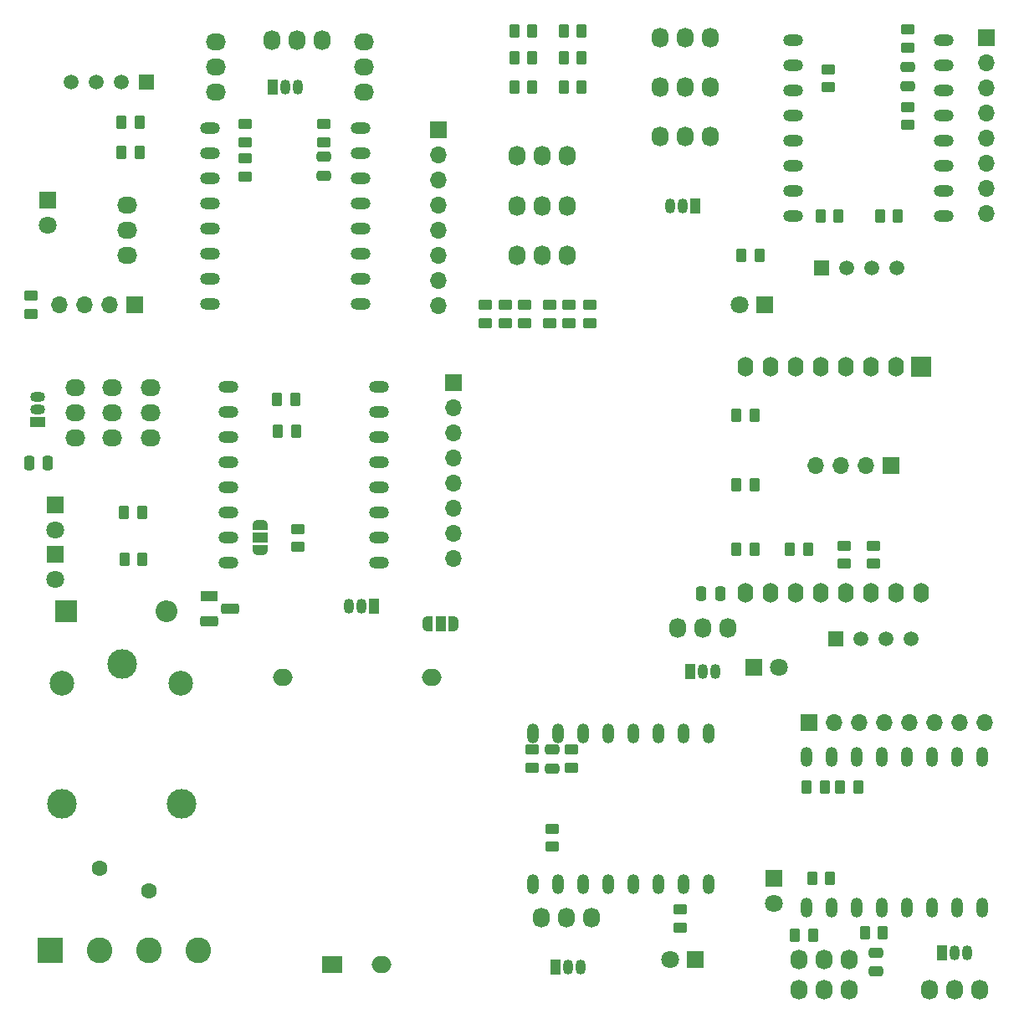
<source format=gts>
G04 #@! TF.GenerationSoftware,KiCad,Pcbnew,8.0.6*
G04 #@! TF.CreationDate,2024-12-03T19:12:37+01:00*
G04 #@! TF.ProjectId,HomeAutomationESP32C2mini_2024,486f6d65-4175-4746-9f6d-6174696f6e45,Rev A*
G04 #@! TF.SameCoordinates,Original*
G04 #@! TF.FileFunction,Soldermask,Top*
G04 #@! TF.FilePolarity,Negative*
%FSLAX46Y46*%
G04 Gerber Fmt 4.6, Leading zero omitted, Abs format (unit mm)*
G04 Created by KiCad (PCBNEW 8.0.6) date 2024-12-03 19:12:37*
%MOMM*%
%LPD*%
G01*
G04 APERTURE LIST*
G04 Aperture macros list*
%AMRoundRect*
0 Rectangle with rounded corners*
0 $1 Rounding radius*
0 $2 $3 $4 $5 $6 $7 $8 $9 X,Y pos of 4 corners*
0 Add a 4 corners polygon primitive as box body*
4,1,4,$2,$3,$4,$5,$6,$7,$8,$9,$2,$3,0*
0 Add four circle primitives for the rounded corners*
1,1,$1+$1,$2,$3*
1,1,$1+$1,$4,$5*
1,1,$1+$1,$6,$7*
1,1,$1+$1,$8,$9*
0 Add four rect primitives between the rounded corners*
20,1,$1+$1,$2,$3,$4,$5,0*
20,1,$1+$1,$4,$5,$6,$7,0*
20,1,$1+$1,$6,$7,$8,$9,0*
20,1,$1+$1,$8,$9,$2,$3,0*%
%AMFreePoly0*
4,1,19,0.550000,-0.750000,0.000000,-0.750000,0.000000,-0.744911,-0.071157,-0.744911,-0.207708,-0.704816,-0.327430,-0.627875,-0.420627,-0.520320,-0.479746,-0.390866,-0.500000,-0.250000,-0.500000,0.250000,-0.479746,0.390866,-0.420627,0.520320,-0.327430,0.627875,-0.207708,0.704816,-0.071157,0.744911,0.000000,0.744911,0.000000,0.750000,0.550000,0.750000,0.550000,-0.750000,0.550000,-0.750000,
$1*%
%AMFreePoly1*
4,1,19,0.000000,0.744911,0.071157,0.744911,0.207708,0.704816,0.327430,0.627875,0.420627,0.520320,0.479746,0.390866,0.500000,0.250000,0.500000,-0.250000,0.479746,-0.390866,0.420627,-0.520320,0.327430,-0.627875,0.207708,-0.704816,0.071157,-0.744911,0.000000,-0.744911,0.000000,-0.750000,-0.550000,-0.750000,-0.550000,0.750000,0.000000,0.750000,0.000000,0.744911,0.000000,0.744911,
$1*%
G04 Aperture macros list end*
%ADD10RoundRect,0.250000X0.262500X0.450000X-0.262500X0.450000X-0.262500X-0.450000X0.262500X-0.450000X0*%
%ADD11RoundRect,0.250000X-0.262500X-0.450000X0.262500X-0.450000X0.262500X0.450000X-0.262500X0.450000X0*%
%ADD12R,1.050000X1.500000*%
%ADD13O,1.050000X1.500000*%
%ADD14O,1.727200X2.032000*%
%ADD15RoundRect,0.250000X0.450000X-0.262500X0.450000X0.262500X-0.450000X0.262500X-0.450000X-0.262500X0*%
%ADD16O,2.000000X1.200000*%
%ADD17RoundRect,0.250000X-0.450000X0.262500X-0.450000X-0.262500X0.450000X-0.262500X0.450000X0.262500X0*%
%ADD18R,1.700000X1.700000*%
%ADD19O,1.700000X1.700000*%
%ADD20O,2.032000X1.727200*%
%ADD21FreePoly0,0.000000*%
%ADD22R,1.000000X1.500000*%
%ADD23FreePoly1,0.000000*%
%ADD24R,1.500000X1.050000*%
%ADD25O,1.500000X1.050000*%
%ADD26R,1.800000X1.800000*%
%ADD27C,1.800000*%
%ADD28FreePoly0,270.000000*%
%ADD29R,1.500000X1.000000*%
%ADD30FreePoly1,270.000000*%
%ADD31RoundRect,0.250000X-0.250000X-0.475000X0.250000X-0.475000X0.250000X0.475000X-0.250000X0.475000X0*%
%ADD32R,2.600000X2.600000*%
%ADD33C,2.600000*%
%ADD34RoundRect,0.250000X0.250000X0.475000X-0.250000X0.475000X-0.250000X-0.475000X0.250000X-0.475000X0*%
%ADD35R,1.800000X1.100000*%
%ADD36RoundRect,0.275000X-0.625000X0.275000X-0.625000X-0.275000X0.625000X-0.275000X0.625000X0.275000X0*%
%ADD37R,2.000000X2.000000*%
%ADD38O,1.600000X2.000000*%
%ADD39R,1.500000X1.500000*%
%ADD40C,1.500000*%
%ADD41O,1.200000X2.000000*%
%ADD42RoundRect,0.250000X0.475000X-0.250000X0.475000X0.250000X-0.475000X0.250000X-0.475000X-0.250000X0*%
%ADD43R,2.000000X1.700000*%
%ADD44O,2.000000X1.700000*%
%ADD45R,2.200000X2.200000*%
%ADD46O,2.200000X2.200000*%
%ADD47RoundRect,0.250000X-0.475000X0.250000X-0.475000X-0.250000X0.475000X-0.250000X0.475000X0.250000X0*%
%ADD48C,2.500000*%
%ADD49C,3.000000*%
%ADD50C,1.600000*%
G04 APERTURE END LIST*
D10*
X62270000Y-63555000D03*
X60445000Y-63555000D03*
D11*
X131175000Y-70000000D03*
X133000000Y-70000000D03*
D12*
X118540000Y-69000000D03*
D13*
X117270000Y-69000000D03*
X116000000Y-69000000D03*
D11*
X100175000Y-54000000D03*
X102000000Y-54000000D03*
D10*
X107000000Y-51300000D03*
X105175000Y-51300000D03*
D14*
X116730000Y-111695000D03*
X119270000Y-111695000D03*
X121810000Y-111695000D03*
X102920000Y-141000000D03*
X105460000Y-141000000D03*
X108000000Y-141000000D03*
D15*
X51300000Y-79912500D03*
X51300000Y-78087500D03*
X104000000Y-133825000D03*
X104000000Y-132000000D03*
D16*
X69380000Y-61110000D03*
X69380000Y-63650000D03*
X69380000Y-66190000D03*
X69380000Y-68730000D03*
X69380000Y-71270000D03*
X69380000Y-73810000D03*
X69380000Y-76350000D03*
X69380000Y-78890000D03*
X84620000Y-78890000D03*
X84620000Y-76350000D03*
X84620000Y-73810000D03*
X84620000Y-71270000D03*
X84620000Y-68730000D03*
X84620000Y-66190000D03*
X84620000Y-63650000D03*
X84620000Y-61110000D03*
D17*
X136500000Y-103370000D03*
X136500000Y-105195000D03*
D16*
X128432500Y-52285000D03*
X128432500Y-54825000D03*
X128432500Y-57365000D03*
X128432500Y-59905000D03*
X128432500Y-62445000D03*
X128432500Y-64985000D03*
X128432500Y-67525000D03*
X128432500Y-70065000D03*
X143672500Y-70065000D03*
X143672500Y-67525000D03*
X143672500Y-64985000D03*
X143672500Y-62445000D03*
X143672500Y-59905000D03*
X143672500Y-57365000D03*
X143672500Y-54825000D03*
X143672500Y-52285000D03*
D18*
X148000000Y-52000000D03*
D19*
X148000000Y-54540000D03*
X148000000Y-57080000D03*
X148000000Y-59620000D03*
X148000000Y-62160000D03*
X148000000Y-64700000D03*
X148000000Y-67240000D03*
X148000000Y-69780000D03*
D20*
X85000000Y-52460000D03*
X85000000Y-55000000D03*
X85000000Y-57540000D03*
D21*
X91450000Y-111250000D03*
D22*
X92750000Y-111250000D03*
D23*
X94050000Y-111250000D03*
D16*
X71260000Y-87310000D03*
X71260000Y-89850000D03*
X71260000Y-92390000D03*
X71260000Y-94930000D03*
X71260000Y-97470000D03*
X71260000Y-100010000D03*
X71260000Y-102550000D03*
X71260000Y-105090000D03*
X86500000Y-105090000D03*
X86500000Y-102550000D03*
X86500000Y-100010000D03*
X86500000Y-97470000D03*
X86500000Y-94930000D03*
X86500000Y-92390000D03*
X86500000Y-89850000D03*
X86500000Y-87310000D03*
D11*
X100175000Y-57000000D03*
X102000000Y-57000000D03*
D15*
X97250000Y-80825000D03*
X97250000Y-79000000D03*
D24*
X51930000Y-90820000D03*
D25*
X51930000Y-89550000D03*
X51930000Y-88280000D03*
D10*
X62270000Y-60555000D03*
X60445000Y-60555000D03*
D15*
X101250000Y-80825000D03*
X101250000Y-79000000D03*
D11*
X133185000Y-127750000D03*
X135010000Y-127750000D03*
D26*
X125540000Y-79000000D03*
D27*
X123000000Y-79000000D03*
D20*
X61000000Y-74000000D03*
X61000000Y-71460000D03*
X61000000Y-68920000D03*
D14*
X75670000Y-52250000D03*
X78210000Y-52250000D03*
X80750000Y-52250000D03*
D26*
X53750000Y-99210000D03*
D27*
X53750000Y-101750000D03*
D26*
X126500000Y-136975000D03*
D27*
X126500000Y-139515000D03*
D20*
X59500000Y-87410000D03*
X59500000Y-89950000D03*
X59500000Y-92490000D03*
D14*
X114920000Y-62000000D03*
X117460000Y-62000000D03*
X120000000Y-62000000D03*
D10*
X62575000Y-104750000D03*
X60750000Y-104750000D03*
D20*
X70000000Y-52460000D03*
X70000000Y-55000000D03*
X70000000Y-57540000D03*
D11*
X76250000Y-91800000D03*
X78075000Y-91800000D03*
D10*
X107000000Y-57000000D03*
X105175000Y-57000000D03*
D18*
X130030000Y-121250000D03*
D19*
X132570000Y-121250000D03*
X135110000Y-121250000D03*
X137650000Y-121250000D03*
X140190000Y-121250000D03*
X142730000Y-121250000D03*
X145270000Y-121250000D03*
X147810000Y-121250000D03*
D17*
X140000000Y-51175000D03*
X140000000Y-53000000D03*
D28*
X74500000Y-101250000D03*
D29*
X74500000Y-102550000D03*
D30*
X74500000Y-103850000D03*
D15*
X99300000Y-80825000D03*
X99300000Y-79000000D03*
D26*
X53000000Y-68460000D03*
D27*
X53000000Y-71000000D03*
D17*
X133550000Y-103370000D03*
X133550000Y-105195000D03*
D18*
X92500000Y-61315000D03*
D19*
X92500000Y-63855000D03*
X92500000Y-66395000D03*
X92500000Y-68935000D03*
X92500000Y-71475000D03*
X92500000Y-74015000D03*
X92500000Y-76555000D03*
X92500000Y-79095000D03*
D31*
X51100000Y-95000000D03*
X53000000Y-95000000D03*
D20*
X63370000Y-87410000D03*
X63370000Y-89950000D03*
X63370000Y-92490000D03*
D32*
X53250000Y-144250000D03*
D33*
X58250000Y-144250000D03*
X63250000Y-144250000D03*
X68250000Y-144250000D03*
D34*
X121000000Y-108195000D03*
X119100000Y-108195000D03*
D15*
X80945000Y-62555000D03*
X80945000Y-60730000D03*
D35*
X69330000Y-108460000D03*
D36*
X71400000Y-109730000D03*
X69330000Y-111000000D03*
D20*
X55750000Y-87410000D03*
X55750000Y-89950000D03*
X55750000Y-92490000D03*
D18*
X61810000Y-79000000D03*
D19*
X59270000Y-79000000D03*
X56730000Y-79000000D03*
X54190000Y-79000000D03*
D37*
X141390000Y-85250000D03*
D38*
X138850000Y-85250000D03*
X136310000Y-85250000D03*
X133770000Y-85250000D03*
X131230000Y-85250000D03*
X128690000Y-85250000D03*
X126150000Y-85250000D03*
X123610000Y-85250000D03*
X123610000Y-108110000D03*
X126150000Y-108110000D03*
X128690000Y-108110000D03*
X131230000Y-108110000D03*
X133770000Y-108110000D03*
X136310000Y-108110000D03*
X138850000Y-108110000D03*
X141390000Y-108110000D03*
D39*
X132690000Y-112750000D03*
D40*
X135230000Y-112750000D03*
X137770000Y-112750000D03*
X140310000Y-112750000D03*
D41*
X129760000Y-139990000D03*
X132300000Y-139990000D03*
X134840000Y-139990000D03*
X137380000Y-139990000D03*
X139920000Y-139990000D03*
X142460000Y-139990000D03*
X145000000Y-139990000D03*
X147540000Y-139990000D03*
X147540000Y-124750000D03*
X145000000Y-124750000D03*
X142460000Y-124750000D03*
X139920000Y-124750000D03*
X137380000Y-124750000D03*
X134840000Y-124750000D03*
X132300000Y-124750000D03*
X129760000Y-124750000D03*
D11*
X76175000Y-88550000D03*
X78000000Y-88550000D03*
D42*
X80945000Y-65955000D03*
X80945000Y-64055000D03*
D18*
X138290000Y-95250000D03*
D19*
X135750000Y-95250000D03*
X133210000Y-95250000D03*
X130670000Y-95250000D03*
D12*
X117960000Y-116055000D03*
D13*
X119230000Y-116055000D03*
X120500000Y-116055000D03*
D12*
X75730000Y-57000000D03*
D13*
X77000000Y-57000000D03*
X78270000Y-57000000D03*
D15*
X140000000Y-60825000D03*
X140000000Y-59000000D03*
D14*
X105540000Y-69000000D03*
X103000000Y-69000000D03*
X100460000Y-69000000D03*
X105540000Y-63950000D03*
X103000000Y-63950000D03*
X100460000Y-63950000D03*
X128965000Y-148225000D03*
X131505000Y-148225000D03*
X134045000Y-148225000D03*
D15*
X102000000Y-125825000D03*
X102000000Y-124000000D03*
D14*
X128960000Y-145250000D03*
X131500000Y-145250000D03*
X134040000Y-145250000D03*
D15*
X105750000Y-80825000D03*
X105750000Y-79000000D03*
X132000000Y-57000000D03*
X132000000Y-55175000D03*
X72945000Y-62555000D03*
X72945000Y-60730000D03*
D43*
X81792500Y-145747500D03*
D44*
X86792500Y-145747500D03*
X76792500Y-116667500D03*
X91792500Y-116667500D03*
D18*
X94000000Y-86850000D03*
D19*
X94000000Y-89390000D03*
X94000000Y-91930000D03*
X94000000Y-94470000D03*
X94000000Y-97010000D03*
X94000000Y-99550000D03*
X94000000Y-102090000D03*
X94000000Y-104630000D03*
D15*
X107800000Y-80825000D03*
X107800000Y-79000000D03*
D26*
X118540000Y-145175000D03*
D27*
X116000000Y-145175000D03*
D26*
X53750000Y-104210000D03*
D27*
X53750000Y-106750000D03*
D42*
X140000000Y-56900000D03*
X140000000Y-55000000D03*
D11*
X122675000Y-90195000D03*
X124500000Y-90195000D03*
D26*
X124460000Y-115695000D03*
D27*
X127000000Y-115695000D03*
D14*
X114920000Y-52000000D03*
X117460000Y-52000000D03*
X120000000Y-52000000D03*
D45*
X54840000Y-110000000D03*
D46*
X65000000Y-110000000D03*
D10*
X132162500Y-137000000D03*
X130337500Y-137000000D03*
D47*
X136750000Y-144500000D03*
X136750000Y-146400000D03*
D39*
X62945000Y-56455000D03*
D40*
X60405000Y-56455000D03*
X57865000Y-56455000D03*
X55325000Y-56455000D03*
D10*
X131585000Y-127750000D03*
X129760000Y-127750000D03*
D17*
X78250000Y-101675000D03*
X78250000Y-103500000D03*
D10*
X107000000Y-54000000D03*
X105175000Y-54000000D03*
D11*
X137175000Y-70000000D03*
X139000000Y-70000000D03*
D10*
X62500000Y-100000000D03*
X60675000Y-100000000D03*
D12*
X104380000Y-146000000D03*
D13*
X105650000Y-146000000D03*
X106920000Y-146000000D03*
D11*
X100175000Y-51300000D03*
X102000000Y-51300000D03*
D48*
X66450000Y-117250000D03*
D49*
X66500000Y-129500000D03*
X54450000Y-129450000D03*
D48*
X54450000Y-117250000D03*
D49*
X60500000Y-115300000D03*
D14*
X114920000Y-57000000D03*
X117460000Y-57000000D03*
X120000000Y-57000000D03*
D39*
X131287500Y-75250000D03*
D40*
X133827500Y-75250000D03*
X136367500Y-75250000D03*
X138907500Y-75250000D03*
D10*
X125000000Y-74000000D03*
X123175000Y-74000000D03*
X129912500Y-103695000D03*
X128087500Y-103695000D03*
D17*
X117000000Y-140175000D03*
X117000000Y-142000000D03*
D14*
X105540000Y-74000000D03*
X103000000Y-74000000D03*
X100460000Y-74000000D03*
D50*
X58250000Y-135950000D03*
X63250000Y-138250000D03*
D14*
X142250000Y-148250000D03*
X144790000Y-148250000D03*
X147330000Y-148250000D03*
D11*
X122675000Y-103695000D03*
X124500000Y-103695000D03*
D42*
X104000000Y-125900000D03*
X104000000Y-124000000D03*
D10*
X137500000Y-142500000D03*
X135675000Y-142500000D03*
D12*
X86000000Y-109500000D03*
D13*
X84730000Y-109500000D03*
X83460000Y-109500000D03*
D12*
X143500000Y-144500000D03*
D13*
X144770000Y-144500000D03*
X146040000Y-144500000D03*
D17*
X72945000Y-64230000D03*
X72945000Y-66055000D03*
D15*
X106000000Y-125825000D03*
X106000000Y-124000000D03*
D10*
X124500000Y-97195000D03*
X122675000Y-97195000D03*
D15*
X103800000Y-80825000D03*
X103800000Y-79000000D03*
D11*
X128587500Y-142750000D03*
X130412500Y-142750000D03*
D41*
X102110000Y-137620000D03*
X104650000Y-137620000D03*
X107190000Y-137620000D03*
X109730000Y-137620000D03*
X112270000Y-137620000D03*
X114810000Y-137620000D03*
X117350000Y-137620000D03*
X119890000Y-137620000D03*
X119890000Y-122380000D03*
X117350000Y-122380000D03*
X114810000Y-122380000D03*
X112270000Y-122380000D03*
X109730000Y-122380000D03*
X107190000Y-122380000D03*
X104650000Y-122380000D03*
X102110000Y-122380000D03*
M02*

</source>
